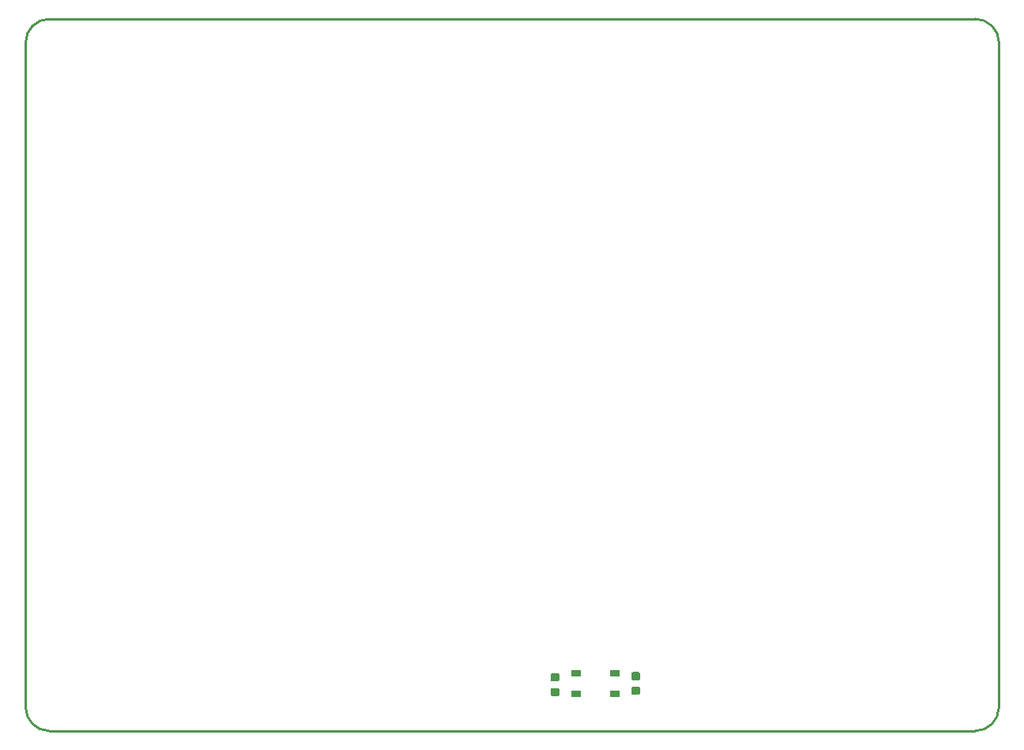
<source format=gbr>
G04 #@! TF.GenerationSoftware,KiCad,Pcbnew,5.1.2-f72e74a~84~ubuntu18.04.1*
G04 #@! TF.CreationDate,2019-05-24T04:06:14+05:00*
G04 #@! TF.ProjectId,reflow_board,7265666c-6f77-45f6-926f-6172642e6b69,1*
G04 #@! TF.SameCoordinates,Original*
G04 #@! TF.FileFunction,Paste,Top*
G04 #@! TF.FilePolarity,Positive*
%FSLAX46Y46*%
G04 Gerber Fmt 4.6, Leading zero omitted, Abs format (unit mm)*
G04 Created by KiCad (PCBNEW 5.1.2-f72e74a~84~ubuntu18.04.1) date 2019-05-24 04:06:14*
%MOMM*%
%LPD*%
G04 APERTURE LIST*
%ADD10C,0.254000*%
%ADD11R,1.050000X0.650000*%
%ADD12C,0.100000*%
%ADD13C,0.875000*%
G04 APERTURE END LIST*
D10*
X53340000Y-203200000D02*
G75*
G02X50800000Y-200660000I0J2540000D01*
G01*
X154940000Y-200660000D02*
G75*
G02X152400000Y-203200000I-2540000J0D01*
G01*
X152400000Y-127000000D02*
G75*
G02X154940000Y-129540000I0J-2540000D01*
G01*
X50800000Y-129540000D02*
G75*
G02X53340000Y-127000000I2540000J0D01*
G01*
X152400000Y-127000000D02*
X53340000Y-127000000D01*
X154940000Y-200660000D02*
X154940000Y-129540000D01*
X53340000Y-203200000D02*
X152400000Y-203200000D01*
X50800000Y-129540000D02*
X50800000Y-200660000D01*
D11*
X113835000Y-199195000D03*
X109685000Y-199195000D03*
X113835000Y-197045000D03*
X109685000Y-197045000D03*
D12*
G36*
X107719691Y-197023053D02*
G01*
X107740926Y-197026203D01*
X107761750Y-197031419D01*
X107781962Y-197038651D01*
X107801368Y-197047830D01*
X107819781Y-197058866D01*
X107837024Y-197071654D01*
X107852930Y-197086070D01*
X107867346Y-197101976D01*
X107880134Y-197119219D01*
X107891170Y-197137632D01*
X107900349Y-197157038D01*
X107907581Y-197177250D01*
X107912797Y-197198074D01*
X107915947Y-197219309D01*
X107917000Y-197240750D01*
X107917000Y-197678250D01*
X107915947Y-197699691D01*
X107912797Y-197720926D01*
X107907581Y-197741750D01*
X107900349Y-197761962D01*
X107891170Y-197781368D01*
X107880134Y-197799781D01*
X107867346Y-197817024D01*
X107852930Y-197832930D01*
X107837024Y-197847346D01*
X107819781Y-197860134D01*
X107801368Y-197871170D01*
X107781962Y-197880349D01*
X107761750Y-197887581D01*
X107740926Y-197892797D01*
X107719691Y-197895947D01*
X107698250Y-197897000D01*
X107185750Y-197897000D01*
X107164309Y-197895947D01*
X107143074Y-197892797D01*
X107122250Y-197887581D01*
X107102038Y-197880349D01*
X107082632Y-197871170D01*
X107064219Y-197860134D01*
X107046976Y-197847346D01*
X107031070Y-197832930D01*
X107016654Y-197817024D01*
X107003866Y-197799781D01*
X106992830Y-197781368D01*
X106983651Y-197761962D01*
X106976419Y-197741750D01*
X106971203Y-197720926D01*
X106968053Y-197699691D01*
X106967000Y-197678250D01*
X106967000Y-197240750D01*
X106968053Y-197219309D01*
X106971203Y-197198074D01*
X106976419Y-197177250D01*
X106983651Y-197157038D01*
X106992830Y-197137632D01*
X107003866Y-197119219D01*
X107016654Y-197101976D01*
X107031070Y-197086070D01*
X107046976Y-197071654D01*
X107064219Y-197058866D01*
X107082632Y-197047830D01*
X107102038Y-197038651D01*
X107122250Y-197031419D01*
X107143074Y-197026203D01*
X107164309Y-197023053D01*
X107185750Y-197022000D01*
X107698250Y-197022000D01*
X107719691Y-197023053D01*
X107719691Y-197023053D01*
G37*
D13*
X107442000Y-197459500D03*
D12*
G36*
X107719691Y-198598053D02*
G01*
X107740926Y-198601203D01*
X107761750Y-198606419D01*
X107781962Y-198613651D01*
X107801368Y-198622830D01*
X107819781Y-198633866D01*
X107837024Y-198646654D01*
X107852930Y-198661070D01*
X107867346Y-198676976D01*
X107880134Y-198694219D01*
X107891170Y-198712632D01*
X107900349Y-198732038D01*
X107907581Y-198752250D01*
X107912797Y-198773074D01*
X107915947Y-198794309D01*
X107917000Y-198815750D01*
X107917000Y-199253250D01*
X107915947Y-199274691D01*
X107912797Y-199295926D01*
X107907581Y-199316750D01*
X107900349Y-199336962D01*
X107891170Y-199356368D01*
X107880134Y-199374781D01*
X107867346Y-199392024D01*
X107852930Y-199407930D01*
X107837024Y-199422346D01*
X107819781Y-199435134D01*
X107801368Y-199446170D01*
X107781962Y-199455349D01*
X107761750Y-199462581D01*
X107740926Y-199467797D01*
X107719691Y-199470947D01*
X107698250Y-199472000D01*
X107185750Y-199472000D01*
X107164309Y-199470947D01*
X107143074Y-199467797D01*
X107122250Y-199462581D01*
X107102038Y-199455349D01*
X107082632Y-199446170D01*
X107064219Y-199435134D01*
X107046976Y-199422346D01*
X107031070Y-199407930D01*
X107016654Y-199392024D01*
X107003866Y-199374781D01*
X106992830Y-199356368D01*
X106983651Y-199336962D01*
X106976419Y-199316750D01*
X106971203Y-199295926D01*
X106968053Y-199274691D01*
X106967000Y-199253250D01*
X106967000Y-198815750D01*
X106968053Y-198794309D01*
X106971203Y-198773074D01*
X106976419Y-198752250D01*
X106983651Y-198732038D01*
X106992830Y-198712632D01*
X107003866Y-198694219D01*
X107016654Y-198676976D01*
X107031070Y-198661070D01*
X107046976Y-198646654D01*
X107064219Y-198633866D01*
X107082632Y-198622830D01*
X107102038Y-198613651D01*
X107122250Y-198606419D01*
X107143074Y-198601203D01*
X107164309Y-198598053D01*
X107185750Y-198597000D01*
X107698250Y-198597000D01*
X107719691Y-198598053D01*
X107719691Y-198598053D01*
G37*
D13*
X107442000Y-199034500D03*
D12*
G36*
X116355691Y-196896053D02*
G01*
X116376926Y-196899203D01*
X116397750Y-196904419D01*
X116417962Y-196911651D01*
X116437368Y-196920830D01*
X116455781Y-196931866D01*
X116473024Y-196944654D01*
X116488930Y-196959070D01*
X116503346Y-196974976D01*
X116516134Y-196992219D01*
X116527170Y-197010632D01*
X116536349Y-197030038D01*
X116543581Y-197050250D01*
X116548797Y-197071074D01*
X116551947Y-197092309D01*
X116553000Y-197113750D01*
X116553000Y-197551250D01*
X116551947Y-197572691D01*
X116548797Y-197593926D01*
X116543581Y-197614750D01*
X116536349Y-197634962D01*
X116527170Y-197654368D01*
X116516134Y-197672781D01*
X116503346Y-197690024D01*
X116488930Y-197705930D01*
X116473024Y-197720346D01*
X116455781Y-197733134D01*
X116437368Y-197744170D01*
X116417962Y-197753349D01*
X116397750Y-197760581D01*
X116376926Y-197765797D01*
X116355691Y-197768947D01*
X116334250Y-197770000D01*
X115821750Y-197770000D01*
X115800309Y-197768947D01*
X115779074Y-197765797D01*
X115758250Y-197760581D01*
X115738038Y-197753349D01*
X115718632Y-197744170D01*
X115700219Y-197733134D01*
X115682976Y-197720346D01*
X115667070Y-197705930D01*
X115652654Y-197690024D01*
X115639866Y-197672781D01*
X115628830Y-197654368D01*
X115619651Y-197634962D01*
X115612419Y-197614750D01*
X115607203Y-197593926D01*
X115604053Y-197572691D01*
X115603000Y-197551250D01*
X115603000Y-197113750D01*
X115604053Y-197092309D01*
X115607203Y-197071074D01*
X115612419Y-197050250D01*
X115619651Y-197030038D01*
X115628830Y-197010632D01*
X115639866Y-196992219D01*
X115652654Y-196974976D01*
X115667070Y-196959070D01*
X115682976Y-196944654D01*
X115700219Y-196931866D01*
X115718632Y-196920830D01*
X115738038Y-196911651D01*
X115758250Y-196904419D01*
X115779074Y-196899203D01*
X115800309Y-196896053D01*
X115821750Y-196895000D01*
X116334250Y-196895000D01*
X116355691Y-196896053D01*
X116355691Y-196896053D01*
G37*
D13*
X116078000Y-197332500D03*
D12*
G36*
X116355691Y-198471053D02*
G01*
X116376926Y-198474203D01*
X116397750Y-198479419D01*
X116417962Y-198486651D01*
X116437368Y-198495830D01*
X116455781Y-198506866D01*
X116473024Y-198519654D01*
X116488930Y-198534070D01*
X116503346Y-198549976D01*
X116516134Y-198567219D01*
X116527170Y-198585632D01*
X116536349Y-198605038D01*
X116543581Y-198625250D01*
X116548797Y-198646074D01*
X116551947Y-198667309D01*
X116553000Y-198688750D01*
X116553000Y-199126250D01*
X116551947Y-199147691D01*
X116548797Y-199168926D01*
X116543581Y-199189750D01*
X116536349Y-199209962D01*
X116527170Y-199229368D01*
X116516134Y-199247781D01*
X116503346Y-199265024D01*
X116488930Y-199280930D01*
X116473024Y-199295346D01*
X116455781Y-199308134D01*
X116437368Y-199319170D01*
X116417962Y-199328349D01*
X116397750Y-199335581D01*
X116376926Y-199340797D01*
X116355691Y-199343947D01*
X116334250Y-199345000D01*
X115821750Y-199345000D01*
X115800309Y-199343947D01*
X115779074Y-199340797D01*
X115758250Y-199335581D01*
X115738038Y-199328349D01*
X115718632Y-199319170D01*
X115700219Y-199308134D01*
X115682976Y-199295346D01*
X115667070Y-199280930D01*
X115652654Y-199265024D01*
X115639866Y-199247781D01*
X115628830Y-199229368D01*
X115619651Y-199209962D01*
X115612419Y-199189750D01*
X115607203Y-199168926D01*
X115604053Y-199147691D01*
X115603000Y-199126250D01*
X115603000Y-198688750D01*
X115604053Y-198667309D01*
X115607203Y-198646074D01*
X115612419Y-198625250D01*
X115619651Y-198605038D01*
X115628830Y-198585632D01*
X115639866Y-198567219D01*
X115652654Y-198549976D01*
X115667070Y-198534070D01*
X115682976Y-198519654D01*
X115700219Y-198506866D01*
X115718632Y-198495830D01*
X115738038Y-198486651D01*
X115758250Y-198479419D01*
X115779074Y-198474203D01*
X115800309Y-198471053D01*
X115821750Y-198470000D01*
X116334250Y-198470000D01*
X116355691Y-198471053D01*
X116355691Y-198471053D01*
G37*
D13*
X116078000Y-198907500D03*
M02*

</source>
